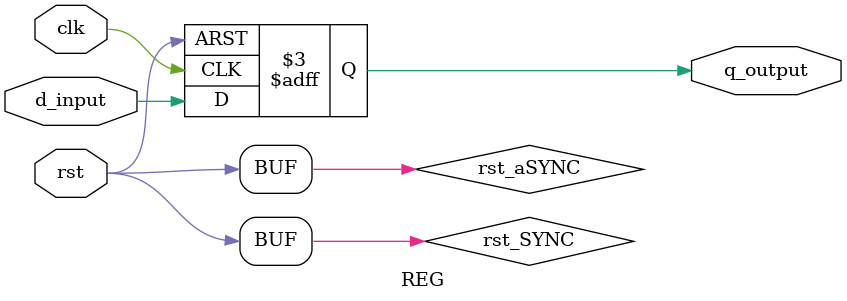
<source format=v>
module REG (clk, rst, d_input, q_output);
parameter REG_WIDTH = 1 ;
parameter RSTTYPE = "ASYNC" ;
input clk , rst ;
input [REG_WIDTH-1: 0 ] d_input;
output reg  [REG_WIDTH-1: 0 ] q_output;   
wire  rst_aSYNC ;
reg  rst_SYNC ; 
 assign rst_aSYNC = rst ;
always @(*) begin
   rst_SYNC = rst ;  
end
generate 
if (RSTTYPE == "SYNC") begin
    always @( posedge clk ) begin
    if (rst_SYNC) begin
       q_output<= 0 ;    
    end  
    else begin
        q_output <= d_input ; 
    end
end    
end else if (RSTTYPE == "ASYNC")begin
    always @( posedge clk or posedge rst_aSYNC ) begin
    if (rst_aSYNC) begin
       q_output<= 0 ;    
    end  
    else begin
        q_output <= d_input ; 
    end
end    
end  
endgenerate
endmodule
</source>
